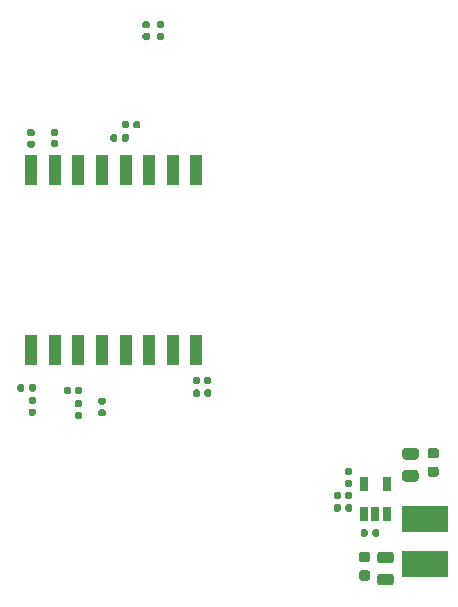
<source format=gtp>
G04 #@! TF.GenerationSoftware,KiCad,Pcbnew,(5.1.10)-1*
G04 #@! TF.CreationDate,2021-11-03T08:24:22+05:30*
G04 #@! TF.ProjectId,P-1000072_Cicada Wi-Fi,502d3130-3030-4303-9732-5f4369636164,0.1*
G04 #@! TF.SameCoordinates,PX7cee6c0PY3dfd240*
G04 #@! TF.FileFunction,Paste,Top*
G04 #@! TF.FilePolarity,Positive*
%FSLAX46Y46*%
G04 Gerber Fmt 4.6, Leading zero omitted, Abs format (unit mm)*
G04 Created by KiCad (PCBNEW (5.1.10)-1) date 2021-11-03 08:24:22*
%MOMM*%
%LPD*%
G01*
G04 APERTURE LIST*
%ADD10R,1.100000X2.600000*%
%ADD11R,3.900000X2.200000*%
%ADD12R,0.650000X1.220000*%
G04 APERTURE END LIST*
D10*
X-14220000Y-17110000D03*
X-12220000Y-17110000D03*
X-6220000Y-17110000D03*
X-4220000Y-32310000D03*
X-4220000Y-17110000D03*
X-2220000Y-32310000D03*
X-12220000Y-32310000D03*
X-16220000Y-17110000D03*
X-8220000Y-32310000D03*
X-10220000Y-17110000D03*
X-8220000Y-17110000D03*
X-6220000Y-32310000D03*
X-10220000Y-32310000D03*
X-2220000Y-17110000D03*
X-14220000Y-32310000D03*
X-16220000Y-32310000D03*
G36*
G01*
X-16413260Y-14581500D02*
X-16068260Y-14581500D01*
G75*
G02*
X-15920760Y-14729000I0J-147500D01*
G01*
X-15920760Y-15024000D01*
G75*
G02*
X-16068260Y-15171500I-147500J0D01*
G01*
X-16413260Y-15171500D01*
G75*
G02*
X-16560760Y-15024000I0J147500D01*
G01*
X-16560760Y-14729000D01*
G75*
G02*
X-16413260Y-14581500I147500J0D01*
G01*
G37*
G36*
G01*
X-16413260Y-13611500D02*
X-16068260Y-13611500D01*
G75*
G02*
X-15920760Y-13759000I0J-147500D01*
G01*
X-15920760Y-14054000D01*
G75*
G02*
X-16068260Y-14201500I-147500J0D01*
G01*
X-16413260Y-14201500D01*
G75*
G02*
X-16560760Y-14054000I0J147500D01*
G01*
X-16560760Y-13759000D01*
G75*
G02*
X-16413260Y-13611500I147500J0D01*
G01*
G37*
G36*
G01*
X-14424440Y-14546220D02*
X-14079440Y-14546220D01*
G75*
G02*
X-13931940Y-14693720I0J-147500D01*
G01*
X-13931940Y-14988720D01*
G75*
G02*
X-14079440Y-15136220I-147500J0D01*
G01*
X-14424440Y-15136220D01*
G75*
G02*
X-14571940Y-14988720I0J147500D01*
G01*
X-14571940Y-14693720D01*
G75*
G02*
X-14424440Y-14546220I147500J0D01*
G01*
G37*
G36*
G01*
X-14424440Y-13576220D02*
X-14079440Y-13576220D01*
G75*
G02*
X-13931940Y-13723720I0J-147500D01*
G01*
X-13931940Y-14018720D01*
G75*
G02*
X-14079440Y-14166220I-147500J0D01*
G01*
X-14424440Y-14166220D01*
G75*
G02*
X-14571940Y-14018720I0J147500D01*
G01*
X-14571940Y-13723720D01*
G75*
G02*
X-14424440Y-13576220I147500J0D01*
G01*
G37*
G36*
G01*
X-10390920Y-37322120D02*
X-10045920Y-37322120D01*
G75*
G02*
X-9898420Y-37469620I0J-147500D01*
G01*
X-9898420Y-37764620D01*
G75*
G02*
X-10045920Y-37912120I-147500J0D01*
G01*
X-10390920Y-37912120D01*
G75*
G02*
X-10538420Y-37764620I0J147500D01*
G01*
X-10538420Y-37469620D01*
G75*
G02*
X-10390920Y-37322120I147500J0D01*
G01*
G37*
G36*
G01*
X-10390920Y-36352120D02*
X-10045920Y-36352120D01*
G75*
G02*
X-9898420Y-36499620I0J-147500D01*
G01*
X-9898420Y-36794620D01*
G75*
G02*
X-10045920Y-36942120I-147500J0D01*
G01*
X-10390920Y-36942120D01*
G75*
G02*
X-10538420Y-36794620I0J147500D01*
G01*
X-10538420Y-36499620D01*
G75*
G02*
X-10390920Y-36352120I147500J0D01*
G01*
G37*
G36*
G01*
X-7939400Y-13060900D02*
X-7939400Y-13405900D01*
G75*
G02*
X-8086900Y-13553400I-147500J0D01*
G01*
X-8381900Y-13553400D01*
G75*
G02*
X-8529400Y-13405900I0J147500D01*
G01*
X-8529400Y-13060900D01*
G75*
G02*
X-8381900Y-12913400I147500J0D01*
G01*
X-8086900Y-12913400D01*
G75*
G02*
X-7939400Y-13060900I0J-147500D01*
G01*
G37*
G36*
G01*
X-6969400Y-13060900D02*
X-6969400Y-13405900D01*
G75*
G02*
X-7116900Y-13553400I-147500J0D01*
G01*
X-7411900Y-13553400D01*
G75*
G02*
X-7559400Y-13405900I0J147500D01*
G01*
X-7559400Y-13060900D01*
G75*
G02*
X-7411900Y-12913400I147500J0D01*
G01*
X-7116900Y-12913400D01*
G75*
G02*
X-6969400Y-13060900I0J-147500D01*
G01*
G37*
G36*
G01*
X-15948880Y-36899220D02*
X-16293880Y-36899220D01*
G75*
G02*
X-16441380Y-36751720I0J147500D01*
G01*
X-16441380Y-36456720D01*
G75*
G02*
X-16293880Y-36309220I147500J0D01*
G01*
X-15948880Y-36309220D01*
G75*
G02*
X-15801380Y-36456720I0J-147500D01*
G01*
X-15801380Y-36751720D01*
G75*
G02*
X-15948880Y-36899220I-147500J0D01*
G01*
G37*
G36*
G01*
X-15948880Y-37869220D02*
X-16293880Y-37869220D01*
G75*
G02*
X-16441380Y-37721720I0J147500D01*
G01*
X-16441380Y-37426720D01*
G75*
G02*
X-16293880Y-37279220I147500J0D01*
G01*
X-15948880Y-37279220D01*
G75*
G02*
X-15801380Y-37426720I0J-147500D01*
G01*
X-15801380Y-37721720D01*
G75*
G02*
X-15948880Y-37869220I-147500J0D01*
G01*
G37*
G36*
G01*
X-12397520Y-37543380D02*
X-12052520Y-37543380D01*
G75*
G02*
X-11905020Y-37690880I0J-147500D01*
G01*
X-11905020Y-37985880D01*
G75*
G02*
X-12052520Y-38133380I-147500J0D01*
G01*
X-12397520Y-38133380D01*
G75*
G02*
X-12545020Y-37985880I0J147500D01*
G01*
X-12545020Y-37690880D01*
G75*
G02*
X-12397520Y-37543380I147500J0D01*
G01*
G37*
G36*
G01*
X-12397520Y-36573380D02*
X-12052520Y-36573380D01*
G75*
G02*
X-11905020Y-36720880I0J-147500D01*
G01*
X-11905020Y-37015880D01*
G75*
G02*
X-12052520Y-37163380I-147500J0D01*
G01*
X-12397520Y-37163380D01*
G75*
G02*
X-12545020Y-37015880I0J147500D01*
G01*
X-12545020Y-36720880D01*
G75*
G02*
X-12397520Y-36573380I147500J0D01*
G01*
G37*
G36*
G01*
X-8542660Y-14515880D02*
X-8542660Y-14170880D01*
G75*
G02*
X-8395160Y-14023380I147500J0D01*
G01*
X-8100160Y-14023380D01*
G75*
G02*
X-7952660Y-14170880I0J-147500D01*
G01*
X-7952660Y-14515880D01*
G75*
G02*
X-8100160Y-14663380I-147500J0D01*
G01*
X-8395160Y-14663380D01*
G75*
G02*
X-8542660Y-14515880I0J147500D01*
G01*
G37*
G36*
G01*
X-9512660Y-14515880D02*
X-9512660Y-14170880D01*
G75*
G02*
X-9365160Y-14023380I147500J0D01*
G01*
X-9070160Y-14023380D01*
G75*
G02*
X-8922660Y-14170880I0J-147500D01*
G01*
X-8922660Y-14515880D01*
G75*
G02*
X-9070160Y-14663380I-147500J0D01*
G01*
X-9365160Y-14663380D01*
G75*
G02*
X-9512660Y-14515880I0J147500D01*
G01*
G37*
G36*
G01*
X-1935120Y-35796440D02*
X-1935120Y-36141440D01*
G75*
G02*
X-2082620Y-36288940I-147500J0D01*
G01*
X-2377620Y-36288940D01*
G75*
G02*
X-2525120Y-36141440I0J147500D01*
G01*
X-2525120Y-35796440D01*
G75*
G02*
X-2377620Y-35648940I147500J0D01*
G01*
X-2082620Y-35648940D01*
G75*
G02*
X-1935120Y-35796440I0J-147500D01*
G01*
G37*
G36*
G01*
X-965120Y-35796440D02*
X-965120Y-36141440D01*
G75*
G02*
X-1112620Y-36288940I-147500J0D01*
G01*
X-1407620Y-36288940D01*
G75*
G02*
X-1555120Y-36141440I0J147500D01*
G01*
X-1555120Y-35796440D01*
G75*
G02*
X-1407620Y-35648940I147500J0D01*
G01*
X-1112620Y-35648940D01*
G75*
G02*
X-965120Y-35796440I0J-147500D01*
G01*
G37*
G36*
G01*
X-1935120Y-34724560D02*
X-1935120Y-35069560D01*
G75*
G02*
X-2082620Y-35217060I-147500J0D01*
G01*
X-2377620Y-35217060D01*
G75*
G02*
X-2525120Y-35069560I0J147500D01*
G01*
X-2525120Y-34724560D01*
G75*
G02*
X-2377620Y-34577060I147500J0D01*
G01*
X-2082620Y-34577060D01*
G75*
G02*
X-1935120Y-34724560I0J-147500D01*
G01*
G37*
G36*
G01*
X-965120Y-34724560D02*
X-965120Y-35069560D01*
G75*
G02*
X-1112620Y-35217060I-147500J0D01*
G01*
X-1407620Y-35217060D01*
G75*
G02*
X-1555120Y-35069560I0J147500D01*
G01*
X-1555120Y-34724560D01*
G75*
G02*
X-1407620Y-34577060I147500J0D01*
G01*
X-1112620Y-34577060D01*
G75*
G02*
X-965120Y-34724560I0J-147500D01*
G01*
G37*
G36*
G01*
X-16411300Y-35679160D02*
X-16411300Y-35334160D01*
G75*
G02*
X-16263800Y-35186660I147500J0D01*
G01*
X-15968800Y-35186660D01*
G75*
G02*
X-15821300Y-35334160I0J-147500D01*
G01*
X-15821300Y-35679160D01*
G75*
G02*
X-15968800Y-35826660I-147500J0D01*
G01*
X-16263800Y-35826660D01*
G75*
G02*
X-16411300Y-35679160I0J147500D01*
G01*
G37*
G36*
G01*
X-17381300Y-35679160D02*
X-17381300Y-35334160D01*
G75*
G02*
X-17233800Y-35186660I147500J0D01*
G01*
X-16938800Y-35186660D01*
G75*
G02*
X-16791300Y-35334160I0J-147500D01*
G01*
X-16791300Y-35679160D01*
G75*
G02*
X-16938800Y-35826660I-147500J0D01*
G01*
X-17233800Y-35826660D01*
G75*
G02*
X-17381300Y-35679160I0J147500D01*
G01*
G37*
G36*
G01*
X-12479380Y-35920460D02*
X-12479380Y-35575460D01*
G75*
G02*
X-12331880Y-35427960I147500J0D01*
G01*
X-12036880Y-35427960D01*
G75*
G02*
X-11889380Y-35575460I0J-147500D01*
G01*
X-11889380Y-35920460D01*
G75*
G02*
X-12036880Y-36067960I-147500J0D01*
G01*
X-12331880Y-36067960D01*
G75*
G02*
X-12479380Y-35920460I0J147500D01*
G01*
G37*
G36*
G01*
X-13449380Y-35920460D02*
X-13449380Y-35575460D01*
G75*
G02*
X-13301880Y-35427960I147500J0D01*
G01*
X-13006880Y-35427960D01*
G75*
G02*
X-12859380Y-35575460I0J-147500D01*
G01*
X-12859380Y-35920460D01*
G75*
G02*
X-13006880Y-36067960I-147500J0D01*
G01*
X-13301880Y-36067960D01*
G75*
G02*
X-13449380Y-35920460I0J147500D01*
G01*
G37*
D11*
X17101820Y-50401380D03*
X17101820Y-46601380D03*
D12*
X11976020Y-43616880D03*
X13876020Y-43616880D03*
X13876020Y-46236880D03*
X12926020Y-46236880D03*
X11976020Y-46236880D03*
G36*
G01*
X10827800Y-42923820D02*
X10482800Y-42923820D01*
G75*
G02*
X10335300Y-42776320I0J147500D01*
G01*
X10335300Y-42481320D01*
G75*
G02*
X10482800Y-42333820I147500J0D01*
G01*
X10827800Y-42333820D01*
G75*
G02*
X10975300Y-42481320I0J-147500D01*
G01*
X10975300Y-42776320D01*
G75*
G02*
X10827800Y-42923820I-147500J0D01*
G01*
G37*
G36*
G01*
X10827800Y-43893820D02*
X10482800Y-43893820D01*
G75*
G02*
X10335300Y-43746320I0J147500D01*
G01*
X10335300Y-43451320D01*
G75*
G02*
X10482800Y-43303820I147500J0D01*
G01*
X10827800Y-43303820D01*
G75*
G02*
X10975300Y-43451320I0J-147500D01*
G01*
X10975300Y-43746320D01*
G75*
G02*
X10827800Y-43893820I-147500J0D01*
G01*
G37*
G36*
G01*
X10372860Y-44797760D02*
X10372860Y-44452760D01*
G75*
G02*
X10520360Y-44305260I147500J0D01*
G01*
X10815360Y-44305260D01*
G75*
G02*
X10962860Y-44452760I0J-147500D01*
G01*
X10962860Y-44797760D01*
G75*
G02*
X10815360Y-44945260I-147500J0D01*
G01*
X10520360Y-44945260D01*
G75*
G02*
X10372860Y-44797760I0J147500D01*
G01*
G37*
G36*
G01*
X9402860Y-44797760D02*
X9402860Y-44452760D01*
G75*
G02*
X9550360Y-44305260I147500J0D01*
G01*
X9845360Y-44305260D01*
G75*
G02*
X9992860Y-44452760I0J-147500D01*
G01*
X9992860Y-44797760D01*
G75*
G02*
X9845360Y-44945260I-147500J0D01*
G01*
X9550360Y-44945260D01*
G75*
G02*
X9402860Y-44797760I0J147500D01*
G01*
G37*
G36*
G01*
X12656460Y-47965140D02*
X12656460Y-47620140D01*
G75*
G02*
X12803960Y-47472640I147500J0D01*
G01*
X13098960Y-47472640D01*
G75*
G02*
X13246460Y-47620140I0J-147500D01*
G01*
X13246460Y-47965140D01*
G75*
G02*
X13098960Y-48112640I-147500J0D01*
G01*
X12803960Y-48112640D01*
G75*
G02*
X12656460Y-47965140I0J147500D01*
G01*
G37*
G36*
G01*
X11686460Y-47965140D02*
X11686460Y-47620140D01*
G75*
G02*
X11833960Y-47472640I147500J0D01*
G01*
X12128960Y-47472640D01*
G75*
G02*
X12276460Y-47620140I0J-147500D01*
G01*
X12276460Y-47965140D01*
G75*
G02*
X12128960Y-48112640I-147500J0D01*
G01*
X11833960Y-48112640D01*
G75*
G02*
X11686460Y-47965140I0J147500D01*
G01*
G37*
G36*
G01*
X14238290Y-50360400D02*
X13325790Y-50360400D01*
G75*
G02*
X13082040Y-50116650I0J243750D01*
G01*
X13082040Y-49629150D01*
G75*
G02*
X13325790Y-49385400I243750J0D01*
G01*
X14238290Y-49385400D01*
G75*
G02*
X14482040Y-49629150I0J-243750D01*
G01*
X14482040Y-50116650D01*
G75*
G02*
X14238290Y-50360400I-243750J0D01*
G01*
G37*
G36*
G01*
X14238290Y-52235400D02*
X13325790Y-52235400D01*
G75*
G02*
X13082040Y-51991650I0J243750D01*
G01*
X13082040Y-51504150D01*
G75*
G02*
X13325790Y-51260400I243750J0D01*
G01*
X14238290Y-51260400D01*
G75*
G02*
X14482040Y-51504150I0J-243750D01*
G01*
X14482040Y-51991650D01*
G75*
G02*
X14238290Y-52235400I-243750J0D01*
G01*
G37*
G36*
G01*
X12267910Y-50274640D02*
X11755410Y-50274640D01*
G75*
G02*
X11536660Y-50055890I0J218750D01*
G01*
X11536660Y-49618390D01*
G75*
G02*
X11755410Y-49399640I218750J0D01*
G01*
X12267910Y-49399640D01*
G75*
G02*
X12486660Y-49618390I0J-218750D01*
G01*
X12486660Y-50055890D01*
G75*
G02*
X12267910Y-50274640I-218750J0D01*
G01*
G37*
G36*
G01*
X12267910Y-51849640D02*
X11755410Y-51849640D01*
G75*
G02*
X11536660Y-51630890I0J218750D01*
G01*
X11536660Y-51193390D01*
G75*
G02*
X11755410Y-50974640I218750J0D01*
G01*
X12267910Y-50974640D01*
G75*
G02*
X12486660Y-51193390I0J-218750D01*
G01*
X12486660Y-51630890D01*
G75*
G02*
X12267910Y-51849640I-218750J0D01*
G01*
G37*
G36*
G01*
X10383160Y-45851860D02*
X10383160Y-45506860D01*
G75*
G02*
X10530660Y-45359360I147500J0D01*
G01*
X10825660Y-45359360D01*
G75*
G02*
X10973160Y-45506860I0J-147500D01*
G01*
X10973160Y-45851860D01*
G75*
G02*
X10825660Y-45999360I-147500J0D01*
G01*
X10530660Y-45999360D01*
G75*
G02*
X10383160Y-45851860I0J147500D01*
G01*
G37*
G36*
G01*
X9413160Y-45851860D02*
X9413160Y-45506860D01*
G75*
G02*
X9560660Y-45359360I147500J0D01*
G01*
X9855660Y-45359360D01*
G75*
G02*
X10003160Y-45506860I0J-147500D01*
G01*
X10003160Y-45851860D01*
G75*
G02*
X9855660Y-45999360I-147500J0D01*
G01*
X9560660Y-45999360D01*
G75*
G02*
X9413160Y-45851860I0J147500D01*
G01*
G37*
G36*
G01*
X15439070Y-42484700D02*
X16351570Y-42484700D01*
G75*
G02*
X16595320Y-42728450I0J-243750D01*
G01*
X16595320Y-43215950D01*
G75*
G02*
X16351570Y-43459700I-243750J0D01*
G01*
X15439070Y-43459700D01*
G75*
G02*
X15195320Y-43215950I0J243750D01*
G01*
X15195320Y-42728450D01*
G75*
G02*
X15439070Y-42484700I243750J0D01*
G01*
G37*
G36*
G01*
X15439070Y-40609700D02*
X16351570Y-40609700D01*
G75*
G02*
X16595320Y-40853450I0J-243750D01*
G01*
X16595320Y-41340950D01*
G75*
G02*
X16351570Y-41584700I-243750J0D01*
G01*
X15439070Y-41584700D01*
G75*
G02*
X15195320Y-41340950I0J243750D01*
G01*
X15195320Y-40853450D01*
G75*
G02*
X15439070Y-40609700I243750J0D01*
G01*
G37*
G36*
G01*
X17564390Y-42188880D02*
X18076890Y-42188880D01*
G75*
G02*
X18295640Y-42407630I0J-218750D01*
G01*
X18295640Y-42845130D01*
G75*
G02*
X18076890Y-43063880I-218750J0D01*
G01*
X17564390Y-43063880D01*
G75*
G02*
X17345640Y-42845130I0J218750D01*
G01*
X17345640Y-42407630D01*
G75*
G02*
X17564390Y-42188880I218750J0D01*
G01*
G37*
G36*
G01*
X17564390Y-40613880D02*
X18076890Y-40613880D01*
G75*
G02*
X18295640Y-40832630I0J-218750D01*
G01*
X18295640Y-41270130D01*
G75*
G02*
X18076890Y-41488880I-218750J0D01*
G01*
X17564390Y-41488880D01*
G75*
G02*
X17345640Y-41270130I0J218750D01*
G01*
X17345640Y-40832630D01*
G75*
G02*
X17564390Y-40613880I218750J0D01*
G01*
G37*
G36*
G01*
X-6304500Y-5083040D02*
X-6649500Y-5083040D01*
G75*
G02*
X-6797000Y-4935540I0J147500D01*
G01*
X-6797000Y-4640540D01*
G75*
G02*
X-6649500Y-4493040I147500J0D01*
G01*
X-6304500Y-4493040D01*
G75*
G02*
X-6157000Y-4640540I0J-147500D01*
G01*
X-6157000Y-4935540D01*
G75*
G02*
X-6304500Y-5083040I-147500J0D01*
G01*
G37*
G36*
G01*
X-6304500Y-6053040D02*
X-6649500Y-6053040D01*
G75*
G02*
X-6797000Y-5905540I0J147500D01*
G01*
X-6797000Y-5610540D01*
G75*
G02*
X-6649500Y-5463040I147500J0D01*
G01*
X-6304500Y-5463040D01*
G75*
G02*
X-6157000Y-5610540I0J-147500D01*
G01*
X-6157000Y-5905540D01*
G75*
G02*
X-6304500Y-6053040I-147500J0D01*
G01*
G37*
G36*
G01*
X-5105620Y-5070480D02*
X-5450620Y-5070480D01*
G75*
G02*
X-5598120Y-4922980I0J147500D01*
G01*
X-5598120Y-4627980D01*
G75*
G02*
X-5450620Y-4480480I147500J0D01*
G01*
X-5105620Y-4480480D01*
G75*
G02*
X-4958120Y-4627980I0J-147500D01*
G01*
X-4958120Y-4922980D01*
G75*
G02*
X-5105620Y-5070480I-147500J0D01*
G01*
G37*
G36*
G01*
X-5105620Y-6040480D02*
X-5450620Y-6040480D01*
G75*
G02*
X-5598120Y-5892980I0J147500D01*
G01*
X-5598120Y-5597980D01*
G75*
G02*
X-5450620Y-5450480I147500J0D01*
G01*
X-5105620Y-5450480D01*
G75*
G02*
X-4958120Y-5597980I0J-147500D01*
G01*
X-4958120Y-5892980D01*
G75*
G02*
X-5105620Y-6040480I-147500J0D01*
G01*
G37*
M02*

</source>
